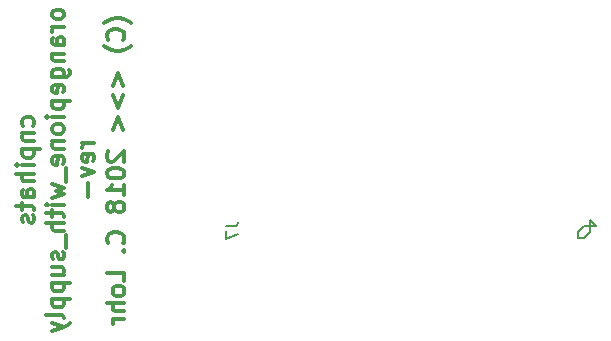
<source format=gbo>
G04 #@! TF.FileFunction,Legend,Bot*
%FSLAX46Y46*%
G04 Gerber Fmt 4.6, Leading zero omitted, Abs format (unit mm)*
G04 Created by KiCad (PCBNEW 4.0.7-e2-6376~58~ubuntu16.04.1) date Thu Apr 12 02:42:30 2018*
%MOMM*%
%LPD*%
G01*
G04 APERTURE LIST*
%ADD10C,0.100000*%
%ADD11C,0.300000*%
%ADD12C,0.200000*%
%ADD13C,0.150000*%
G04 APERTURE END LIST*
D10*
D11*
X23512143Y-56520000D02*
X23583571Y-56377143D01*
X23583571Y-56091429D01*
X23512143Y-55948571D01*
X23440714Y-55877143D01*
X23297857Y-55805714D01*
X22869286Y-55805714D01*
X22726429Y-55877143D01*
X22655000Y-55948571D01*
X22583571Y-56091429D01*
X22583571Y-56377143D01*
X22655000Y-56520000D01*
X22583571Y-57162857D02*
X23583571Y-57162857D01*
X22726429Y-57162857D02*
X22655000Y-57234285D01*
X22583571Y-57377143D01*
X22583571Y-57591428D01*
X22655000Y-57734285D01*
X22797857Y-57805714D01*
X23583571Y-57805714D01*
X22583571Y-58520000D02*
X24083571Y-58520000D01*
X22655000Y-58520000D02*
X22583571Y-58662857D01*
X22583571Y-58948571D01*
X22655000Y-59091428D01*
X22726429Y-59162857D01*
X22869286Y-59234286D01*
X23297857Y-59234286D01*
X23440714Y-59162857D01*
X23512143Y-59091428D01*
X23583571Y-58948571D01*
X23583571Y-58662857D01*
X23512143Y-58520000D01*
X23583571Y-59877143D02*
X22583571Y-59877143D01*
X22083571Y-59877143D02*
X22155000Y-59805714D01*
X22226429Y-59877143D01*
X22155000Y-59948571D01*
X22083571Y-59877143D01*
X22226429Y-59877143D01*
X23583571Y-60591429D02*
X22083571Y-60591429D01*
X23583571Y-61234286D02*
X22797857Y-61234286D01*
X22655000Y-61162857D01*
X22583571Y-61020000D01*
X22583571Y-60805715D01*
X22655000Y-60662857D01*
X22726429Y-60591429D01*
X23583571Y-62591429D02*
X22797857Y-62591429D01*
X22655000Y-62520000D01*
X22583571Y-62377143D01*
X22583571Y-62091429D01*
X22655000Y-61948572D01*
X23512143Y-62591429D02*
X23583571Y-62448572D01*
X23583571Y-62091429D01*
X23512143Y-61948572D01*
X23369286Y-61877143D01*
X23226429Y-61877143D01*
X23083571Y-61948572D01*
X23012143Y-62091429D01*
X23012143Y-62448572D01*
X22940714Y-62591429D01*
X22583571Y-63091429D02*
X22583571Y-63662858D01*
X22083571Y-63305715D02*
X23369286Y-63305715D01*
X23512143Y-63377143D01*
X23583571Y-63520001D01*
X23583571Y-63662858D01*
X23512143Y-64091429D02*
X23583571Y-64234286D01*
X23583571Y-64520001D01*
X23512143Y-64662858D01*
X23369286Y-64734286D01*
X23297857Y-64734286D01*
X23155000Y-64662858D01*
X23083571Y-64520001D01*
X23083571Y-64305715D01*
X23012143Y-64162858D01*
X22869286Y-64091429D01*
X22797857Y-64091429D01*
X22655000Y-64162858D01*
X22583571Y-64305715D01*
X22583571Y-64520001D01*
X22655000Y-64662858D01*
X26133571Y-46984286D02*
X26062143Y-46841428D01*
X25990714Y-46770000D01*
X25847857Y-46698571D01*
X25419286Y-46698571D01*
X25276429Y-46770000D01*
X25205000Y-46841428D01*
X25133571Y-46984286D01*
X25133571Y-47198571D01*
X25205000Y-47341428D01*
X25276429Y-47412857D01*
X25419286Y-47484286D01*
X25847857Y-47484286D01*
X25990714Y-47412857D01*
X26062143Y-47341428D01*
X26133571Y-47198571D01*
X26133571Y-46984286D01*
X26133571Y-48127143D02*
X25133571Y-48127143D01*
X25419286Y-48127143D02*
X25276429Y-48198571D01*
X25205000Y-48270000D01*
X25133571Y-48412857D01*
X25133571Y-48555714D01*
X26133571Y-49698571D02*
X25347857Y-49698571D01*
X25205000Y-49627142D01*
X25133571Y-49484285D01*
X25133571Y-49198571D01*
X25205000Y-49055714D01*
X26062143Y-49698571D02*
X26133571Y-49555714D01*
X26133571Y-49198571D01*
X26062143Y-49055714D01*
X25919286Y-48984285D01*
X25776429Y-48984285D01*
X25633571Y-49055714D01*
X25562143Y-49198571D01*
X25562143Y-49555714D01*
X25490714Y-49698571D01*
X25133571Y-50412857D02*
X26133571Y-50412857D01*
X25276429Y-50412857D02*
X25205000Y-50484285D01*
X25133571Y-50627143D01*
X25133571Y-50841428D01*
X25205000Y-50984285D01*
X25347857Y-51055714D01*
X26133571Y-51055714D01*
X25133571Y-52412857D02*
X26347857Y-52412857D01*
X26490714Y-52341428D01*
X26562143Y-52270000D01*
X26633571Y-52127143D01*
X26633571Y-51912857D01*
X26562143Y-51770000D01*
X26062143Y-52412857D02*
X26133571Y-52270000D01*
X26133571Y-51984286D01*
X26062143Y-51841428D01*
X25990714Y-51770000D01*
X25847857Y-51698571D01*
X25419286Y-51698571D01*
X25276429Y-51770000D01*
X25205000Y-51841428D01*
X25133571Y-51984286D01*
X25133571Y-52270000D01*
X25205000Y-52412857D01*
X26062143Y-53698571D02*
X26133571Y-53555714D01*
X26133571Y-53270000D01*
X26062143Y-53127143D01*
X25919286Y-53055714D01*
X25347857Y-53055714D01*
X25205000Y-53127143D01*
X25133571Y-53270000D01*
X25133571Y-53555714D01*
X25205000Y-53698571D01*
X25347857Y-53770000D01*
X25490714Y-53770000D01*
X25633571Y-53055714D01*
X25133571Y-54412857D02*
X26633571Y-54412857D01*
X25205000Y-54412857D02*
X25133571Y-54555714D01*
X25133571Y-54841428D01*
X25205000Y-54984285D01*
X25276429Y-55055714D01*
X25419286Y-55127143D01*
X25847857Y-55127143D01*
X25990714Y-55055714D01*
X26062143Y-54984285D01*
X26133571Y-54841428D01*
X26133571Y-54555714D01*
X26062143Y-54412857D01*
X26133571Y-55770000D02*
X25133571Y-55770000D01*
X24633571Y-55770000D02*
X24705000Y-55698571D01*
X24776429Y-55770000D01*
X24705000Y-55841428D01*
X24633571Y-55770000D01*
X24776429Y-55770000D01*
X26133571Y-56698572D02*
X26062143Y-56555714D01*
X25990714Y-56484286D01*
X25847857Y-56412857D01*
X25419286Y-56412857D01*
X25276429Y-56484286D01*
X25205000Y-56555714D01*
X25133571Y-56698572D01*
X25133571Y-56912857D01*
X25205000Y-57055714D01*
X25276429Y-57127143D01*
X25419286Y-57198572D01*
X25847857Y-57198572D01*
X25990714Y-57127143D01*
X26062143Y-57055714D01*
X26133571Y-56912857D01*
X26133571Y-56698572D01*
X25133571Y-57841429D02*
X26133571Y-57841429D01*
X25276429Y-57841429D02*
X25205000Y-57912857D01*
X25133571Y-58055715D01*
X25133571Y-58270000D01*
X25205000Y-58412857D01*
X25347857Y-58484286D01*
X26133571Y-58484286D01*
X26062143Y-59770000D02*
X26133571Y-59627143D01*
X26133571Y-59341429D01*
X26062143Y-59198572D01*
X25919286Y-59127143D01*
X25347857Y-59127143D01*
X25205000Y-59198572D01*
X25133571Y-59341429D01*
X25133571Y-59627143D01*
X25205000Y-59770000D01*
X25347857Y-59841429D01*
X25490714Y-59841429D01*
X25633571Y-59127143D01*
X26276429Y-60127143D02*
X26276429Y-61270000D01*
X25133571Y-61484286D02*
X26133571Y-61770000D01*
X25419286Y-62055714D01*
X26133571Y-62341429D01*
X25133571Y-62627143D01*
X26133571Y-63198572D02*
X25133571Y-63198572D01*
X24633571Y-63198572D02*
X24705000Y-63127143D01*
X24776429Y-63198572D01*
X24705000Y-63270000D01*
X24633571Y-63198572D01*
X24776429Y-63198572D01*
X25133571Y-63698572D02*
X25133571Y-64270001D01*
X24633571Y-63912858D02*
X25919286Y-63912858D01*
X26062143Y-63984286D01*
X26133571Y-64127144D01*
X26133571Y-64270001D01*
X26133571Y-64770001D02*
X24633571Y-64770001D01*
X26133571Y-65412858D02*
X25347857Y-65412858D01*
X25205000Y-65341429D01*
X25133571Y-65198572D01*
X25133571Y-64984287D01*
X25205000Y-64841429D01*
X25276429Y-64770001D01*
X26276429Y-65770001D02*
X26276429Y-66912858D01*
X26062143Y-67198572D02*
X26133571Y-67341429D01*
X26133571Y-67627144D01*
X26062143Y-67770001D01*
X25919286Y-67841429D01*
X25847857Y-67841429D01*
X25705000Y-67770001D01*
X25633571Y-67627144D01*
X25633571Y-67412858D01*
X25562143Y-67270001D01*
X25419286Y-67198572D01*
X25347857Y-67198572D01*
X25205000Y-67270001D01*
X25133571Y-67412858D01*
X25133571Y-67627144D01*
X25205000Y-67770001D01*
X25133571Y-69127144D02*
X26133571Y-69127144D01*
X25133571Y-68484287D02*
X25919286Y-68484287D01*
X26062143Y-68555715D01*
X26133571Y-68698573D01*
X26133571Y-68912858D01*
X26062143Y-69055715D01*
X25990714Y-69127144D01*
X25133571Y-69841430D02*
X26633571Y-69841430D01*
X25205000Y-69841430D02*
X25133571Y-69984287D01*
X25133571Y-70270001D01*
X25205000Y-70412858D01*
X25276429Y-70484287D01*
X25419286Y-70555716D01*
X25847857Y-70555716D01*
X25990714Y-70484287D01*
X26062143Y-70412858D01*
X26133571Y-70270001D01*
X26133571Y-69984287D01*
X26062143Y-69841430D01*
X25133571Y-71198573D02*
X26633571Y-71198573D01*
X25205000Y-71198573D02*
X25133571Y-71341430D01*
X25133571Y-71627144D01*
X25205000Y-71770001D01*
X25276429Y-71841430D01*
X25419286Y-71912859D01*
X25847857Y-71912859D01*
X25990714Y-71841430D01*
X26062143Y-71770001D01*
X26133571Y-71627144D01*
X26133571Y-71341430D01*
X26062143Y-71198573D01*
X26133571Y-72770002D02*
X26062143Y-72627144D01*
X25919286Y-72555716D01*
X24633571Y-72555716D01*
X25133571Y-73198573D02*
X26133571Y-73555716D01*
X25133571Y-73912858D02*
X26133571Y-73555716D01*
X26490714Y-73412858D01*
X26562143Y-73341430D01*
X26633571Y-73198573D01*
X28683571Y-58020001D02*
X27683571Y-58020001D01*
X27969286Y-58020001D02*
X27826429Y-58091429D01*
X27755000Y-58162858D01*
X27683571Y-58305715D01*
X27683571Y-58448572D01*
X28612143Y-59520000D02*
X28683571Y-59377143D01*
X28683571Y-59091429D01*
X28612143Y-58948572D01*
X28469286Y-58877143D01*
X27897857Y-58877143D01*
X27755000Y-58948572D01*
X27683571Y-59091429D01*
X27683571Y-59377143D01*
X27755000Y-59520000D01*
X27897857Y-59591429D01*
X28040714Y-59591429D01*
X28183571Y-58877143D01*
X27683571Y-60091429D02*
X28683571Y-60448572D01*
X27683571Y-60805714D01*
X28112143Y-61377143D02*
X28112143Y-62520000D01*
X31805000Y-47841429D02*
X31733571Y-47770001D01*
X31519286Y-47627144D01*
X31376429Y-47555715D01*
X31162143Y-47484286D01*
X30805000Y-47412858D01*
X30519286Y-47412858D01*
X30162143Y-47484286D01*
X29947857Y-47555715D01*
X29805000Y-47627144D01*
X29590714Y-47770001D01*
X29519286Y-47841429D01*
X31090714Y-49270001D02*
X31162143Y-49198572D01*
X31233571Y-48984286D01*
X31233571Y-48841429D01*
X31162143Y-48627144D01*
X31019286Y-48484286D01*
X30876429Y-48412858D01*
X30590714Y-48341429D01*
X30376429Y-48341429D01*
X30090714Y-48412858D01*
X29947857Y-48484286D01*
X29805000Y-48627144D01*
X29733571Y-48841429D01*
X29733571Y-48984286D01*
X29805000Y-49198572D01*
X29876429Y-49270001D01*
X31805000Y-49770001D02*
X31733571Y-49841429D01*
X31519286Y-49984286D01*
X31376429Y-50055715D01*
X31162143Y-50127144D01*
X30805000Y-50198572D01*
X30519286Y-50198572D01*
X30162143Y-50127144D01*
X29947857Y-50055715D01*
X29805000Y-49984286D01*
X29590714Y-49841429D01*
X29519286Y-49770001D01*
X30233571Y-53198572D02*
X30662143Y-52055715D01*
X31090714Y-53198572D01*
X30233571Y-53912858D02*
X30662143Y-55055715D01*
X31090714Y-53912858D01*
X30233571Y-56912858D02*
X30662143Y-55770001D01*
X31090714Y-56912858D01*
X29876429Y-58698572D02*
X29805000Y-58770001D01*
X29733571Y-58912858D01*
X29733571Y-59270001D01*
X29805000Y-59412858D01*
X29876429Y-59484287D01*
X30019286Y-59555715D01*
X30162143Y-59555715D01*
X30376429Y-59484287D01*
X31233571Y-58627144D01*
X31233571Y-59555715D01*
X29733571Y-60484286D02*
X29733571Y-60627143D01*
X29805000Y-60770000D01*
X29876429Y-60841429D01*
X30019286Y-60912858D01*
X30305000Y-60984286D01*
X30662143Y-60984286D01*
X30947857Y-60912858D01*
X31090714Y-60841429D01*
X31162143Y-60770000D01*
X31233571Y-60627143D01*
X31233571Y-60484286D01*
X31162143Y-60341429D01*
X31090714Y-60270000D01*
X30947857Y-60198572D01*
X30662143Y-60127143D01*
X30305000Y-60127143D01*
X30019286Y-60198572D01*
X29876429Y-60270000D01*
X29805000Y-60341429D01*
X29733571Y-60484286D01*
X31233571Y-62412857D02*
X31233571Y-61555714D01*
X31233571Y-61984286D02*
X29733571Y-61984286D01*
X29947857Y-61841429D01*
X30090714Y-61698571D01*
X30162143Y-61555714D01*
X30376429Y-63270000D02*
X30305000Y-63127142D01*
X30233571Y-63055714D01*
X30090714Y-62984285D01*
X30019286Y-62984285D01*
X29876429Y-63055714D01*
X29805000Y-63127142D01*
X29733571Y-63270000D01*
X29733571Y-63555714D01*
X29805000Y-63698571D01*
X29876429Y-63770000D01*
X30019286Y-63841428D01*
X30090714Y-63841428D01*
X30233571Y-63770000D01*
X30305000Y-63698571D01*
X30376429Y-63555714D01*
X30376429Y-63270000D01*
X30447857Y-63127142D01*
X30519286Y-63055714D01*
X30662143Y-62984285D01*
X30947857Y-62984285D01*
X31090714Y-63055714D01*
X31162143Y-63127142D01*
X31233571Y-63270000D01*
X31233571Y-63555714D01*
X31162143Y-63698571D01*
X31090714Y-63770000D01*
X30947857Y-63841428D01*
X30662143Y-63841428D01*
X30519286Y-63770000D01*
X30447857Y-63698571D01*
X30376429Y-63555714D01*
X31090714Y-66484285D02*
X31162143Y-66412856D01*
X31233571Y-66198570D01*
X31233571Y-66055713D01*
X31162143Y-65841428D01*
X31019286Y-65698570D01*
X30876429Y-65627142D01*
X30590714Y-65555713D01*
X30376429Y-65555713D01*
X30090714Y-65627142D01*
X29947857Y-65698570D01*
X29805000Y-65841428D01*
X29733571Y-66055713D01*
X29733571Y-66198570D01*
X29805000Y-66412856D01*
X29876429Y-66484285D01*
X31090714Y-67127142D02*
X31162143Y-67198570D01*
X31233571Y-67127142D01*
X31162143Y-67055713D01*
X31090714Y-67127142D01*
X31233571Y-67127142D01*
X31233571Y-69698571D02*
X31233571Y-68984285D01*
X29733571Y-68984285D01*
X31233571Y-70412857D02*
X31162143Y-70269999D01*
X31090714Y-70198571D01*
X30947857Y-70127142D01*
X30519286Y-70127142D01*
X30376429Y-70198571D01*
X30305000Y-70269999D01*
X30233571Y-70412857D01*
X30233571Y-70627142D01*
X30305000Y-70769999D01*
X30376429Y-70841428D01*
X30519286Y-70912857D01*
X30947857Y-70912857D01*
X31090714Y-70841428D01*
X31162143Y-70769999D01*
X31233571Y-70627142D01*
X31233571Y-70412857D01*
X31233571Y-71555714D02*
X29733571Y-71555714D01*
X31233571Y-72198571D02*
X30447857Y-72198571D01*
X30305000Y-72127142D01*
X30233571Y-71984285D01*
X30233571Y-71770000D01*
X30305000Y-71627142D01*
X30376429Y-71555714D01*
X31233571Y-72912857D02*
X30233571Y-72912857D01*
X30519286Y-72912857D02*
X30376429Y-72984285D01*
X30305000Y-73055714D01*
X30233571Y-73198571D01*
X30233571Y-73341428D01*
D12*
X70104000Y-65024000D02*
X71120000Y-65024000D01*
X69596000Y-65532000D02*
X70104000Y-65024000D01*
X69596000Y-66040000D02*
X69596000Y-65532000D01*
X70104000Y-66040000D02*
X69596000Y-66040000D01*
X70612000Y-65532000D02*
X70104000Y-66040000D01*
X70612000Y-64516000D02*
X70612000Y-65532000D01*
X71120000Y-65024000D02*
X70612000Y-64516000D01*
D13*
X39852381Y-65056667D02*
X40566667Y-65056667D01*
X40709524Y-65009047D01*
X40804762Y-64913809D01*
X40852381Y-64770952D01*
X40852381Y-64675714D01*
X39852381Y-65437619D02*
X39852381Y-66104286D01*
X40852381Y-65675714D01*
M02*

</source>
